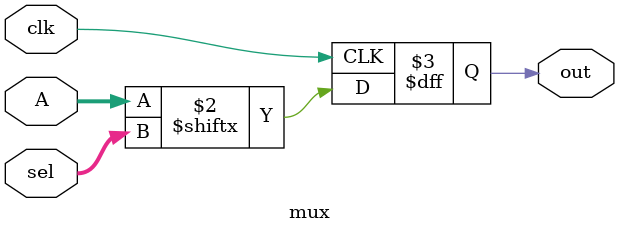
<source format=sv>

`timescale 1ns/1ps

module mux(
    input                       clk,
    input logic unsigned [3:0]  A,
    input logic unsigned [1:0]  sel,
    output logic unsigned       out
);

    always @(posedge clk) begin
       out <= A[sel];
    end
       
endmodule

</source>
